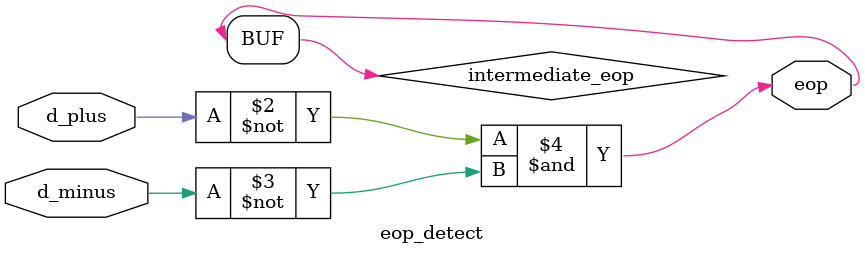
<source format=sv>

module eop_detect
(
	input wire d_plus,
	input wire d_minus,
	output reg eop
);

logic intermediate_eop;

always_comb
begin
	intermediate_eop = ((~d_plus) & (~d_minus));
end

assign eop = intermediate_eop;

endmodule


	

</source>
